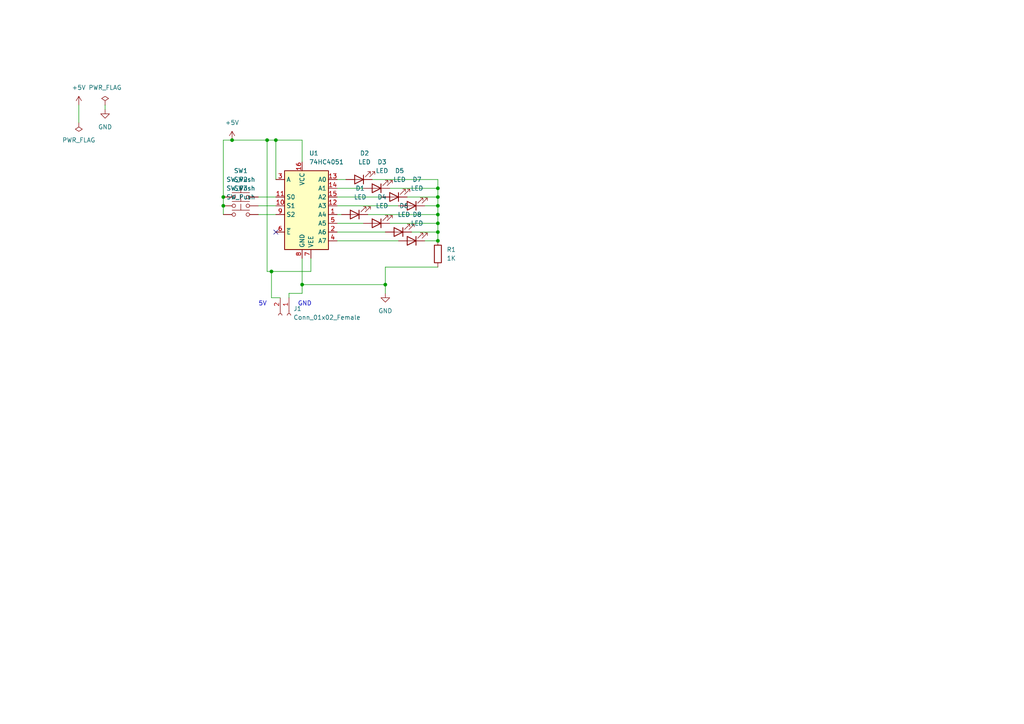
<source format=kicad_sch>
(kicad_sch (version 20231120) (generator "eeschema") (generator_version "8.0")
  (paper "A4")
  (lib_symbols
    (symbol "74xx:74HC4051"
      (property "Reference" "U" (at -5.08 11.43 0))
      (property "Value" "74HC4051" (at -7.62 -13.97 0))
      (symbol "74HC4051_0_1"
        (rectangle (start -5.08 10.16) (end 7.62 -12.7) (stroke (width 0.254)) (fill (type background)))
      )
      (symbol "74HC4051_1_1"
        (pin passive line (at 10.16 -2.54 180) (length 2.54) (name "A4") (number "1"))
        (pin input line (at -7.62 0 0) (length 2.54) (name "S1") (number "10"))
        (pin input line (at -7.62 2.54 0) (length 2.54) (name "S0") (number "11"))
        (pin passive line (at 10.16 0 180) (length 2.54) (name "A3") (number "12"))
        (pin passive line (at 10.16 7.62 180) (length 2.54) (name "A0") (number "13"))
        (pin passive line (at 10.16 5.08 180) (length 2.54) (name "A1") (number "14"))
        (pin passive line (at 10.16 2.54 180) (length 2.54) (name "A2") (number "15"))
        (pin power_in line (at 0 12.7 270) (length 2.54) (name "VCC") (number "16"))
        (pin passive line (at 10.16 -7.62 180) (length 2.54) (name "A6") (number "2"))
        (pin passive line (at -7.62 7.62 0) (length 2.54) (name "A") (number "3"))
        (pin passive line (at 10.16 -10.16 180) (length 2.54) (name "A7") (number "4"))
        (pin passive line (at 10.16 -5.08 180) (length 2.54) (name "A5") (number "5"))
        (pin input line (at -7.62 -7.62 0) (length 2.54) (name "~{E}") (number "6"))
        (pin power_in line (at 2.54 -15.24 90) (length 2.54) (name "VEE") (number "7"))
        (pin power_in line (at 0 -15.24 90) (length 2.54) (name "GND") (number "8"))
        (pin input line (at -7.62 -2.54 0) (length 2.54) (name "S2") (number "9"))
      )
    )
    (symbol "Connector:Conn_01x02_Female" (pin_names (offset 1.016) hide)
      (property "Reference" "J" (at 0 2.54 0))
      (property "Value" "Conn_01x02_Female" (at 0 -5.08 0))
      (symbol "Conn_01x02_Female_1_1"
        (arc (start 0 -2.032) (mid -0.5058 -2.54) (end 0 -3.048) (stroke (width 0.1524)))
        (polyline (pts (xy -1.27 -2.54) (xy -0.508 -2.54)) (stroke (width 0.1524)))
        (polyline (pts (xy -1.27 0) (xy -0.508 0)) (stroke (width 0.1524)))
        (arc (start 0 0.508) (mid -0.5058 0) (end 0 -0.508) (stroke (width 0.1524)))
        (pin passive line (at -5.08 0 0) (length 3.81) (name "Pin_1") (number "1"))
        (pin passive line (at -5.08 -2.54 0) (length 3.81) (name "Pin_2") (number "2"))
      )
    )
    (symbol "Device:LED" (pin_numbers hide) (pin_names (offset 1.016) hide)
      (property "Reference" "D" (at 0 2.54 0))
      (property "Value" "LED" (at 0 -2.54 0))
      (symbol "LED_0_1"
        (polyline (pts (xy -1.27 -1.27) (xy -1.27 1.27)) (stroke (width 0.254)))
        (polyline (pts (xy -1.27 0) (xy 1.27 0)))
        (polyline (pts (xy 1.27 -1.27) (xy 1.27 1.27) (xy -1.27 0) (xy 1.27 -1.27)) (stroke (width 0.254)))
        (polyline (pts (xy -3.048 -0.762) (xy -4.572 -2.286) (xy -3.81 -2.286) (xy -4.572 -2.286) (xy -4.572 -1.524)))
        (polyline (pts (xy -1.778 -0.762) (xy -3.302 -2.286) (xy -2.54 -2.286) (xy -3.302 -2.286) (xy -3.302 -1.524)))
      )
      (symbol "LED_1_1"
        (pin passive line (at -3.81 0 0) (length 2.54) (name "K") (number "1"))
        (pin passive line (at 3.81 0 180) (length 2.54) (name "A") (number "2"))
      )
    )
    (symbol "Device:R" (pin_numbers hide) (pin_names (offset 0))
      (property "Reference" "R" (at 2.032 0 90))
      (property "Value" "R" (at 0 0 90))
      (symbol "R_0_1"
        (rectangle (start -1.016 -2.54) (end 1.016 2.54) (stroke (width 0.254)))
      )
      (symbol "R_1_1"
        (pin passive line (at 0 3.81 270) (length 1.27) (name "~") (number "1"))
        (pin passive line (at 0 -3.81 90) (length 1.27) (name "~") (number "2"))
      )
    )
    (symbol "Switch:SW_Push" (pin_numbers hide) (pin_names (offset 1.016) hide)
      (property "Reference" "SW" (at 1.27 2.54 0))
      (property "Value" "SW_Push" (at 0 -1.524 0))
      (symbol "SW_Push_0_1"
        (circle (center -2.032 0) (radius 0.508))
        (polyline (pts (xy 0 1.27) (xy 0 3.048)))
        (polyline (pts (xy 2.54 1.27) (xy -2.54 1.27)))
        (circle (center 2.032 0) (radius 0.508))
        (pin passive line (at -5.08 0 0) (length 2.54) (name "1") (number "1"))
        (pin passive line (at 5.08 0 180) (length 2.54) (name "2") (number "2"))
      )
    )
    (symbol "power:+5V" (power) (pin_names (offset 0))
      (property "Value" "+5V" (at 0 3.556 0))
      (symbol "+5V_0_1"
        (polyline (pts (xy -0.762 1.27) (xy 0 2.54)))
        (polyline (pts (xy 0 0) (xy 0 2.54)))
        (polyline (pts (xy 0 2.54) (xy 0.762 1.27)))
      )
      (symbol "+5V_1_1"
        (pin power_in line (at 0 0 90) (length 0) hide (name "+5V") (number "1"))
      )
    )
    (symbol "power:GND" (power) (pin_names (offset 0))
      (property "Value" "GND" (at 0 -3.81 0))
      (symbol "GND_0_1"
        (polyline (pts (xy 0 0) (xy 0 -1.27) (xy 1.27 -1.27) (xy 0 -2.54) (xy -1.27 -1.27) (xy 0 -1.27)))
      )
      (symbol "GND_1_1"
        (pin power_in line (at 0 0 270) (length 0) hide (name "GND") (number "1"))
      )
    )
    (symbol "power:PWR_FLAG" (power) (pin_numbers hide) (pin_names (offset 0) hide)
      (property "Value" "PWR_FLAG" (at 0 3.81 0))
      (symbol "PWR_FLAG_0_0"
        (pin power_out line (at 0 0 90) (length 0) (name "pwr") (number "1"))
      )
      (symbol "PWR_FLAG_0_1"
        (polyline (pts (xy 0 0) (xy 0 1.27) (xy -1.016 1.905) (xy 0 2.54) (xy 1.016 1.905) (xy 0 1.27)))
      )
    )
  )
  (junction (at 127 57.15))
  (junction (at 78.74 78.74))
  (junction (at 127 67.31))
  (junction (at 64.77 59.69))
  (junction (at 127 54.61))
  (junction (at 127 59.69))
  (junction (at 80.01 40.64))
  (junction (at 127 69.85))
  (junction (at 127 62.23))
  (junction (at 127 64.77))
  (junction (at 111.76 82.55))
  (junction (at 87.63 82.55))
  (junction (at 67.31 40.64))
  (junction (at 64.77 57.15))
  (junction (at 77.47 40.64))
  (no_connect (at 80.01 67.31))
  (wire (pts (xy 78.74 78.74) (xy 77.47 78.74)))
  (wire (pts (xy 87.63 74.93) (xy 87.63 82.55)))
  (wire (pts (xy 127 77.47) (xy 111.76 77.47)))
  (wire (pts (xy 127 62.23) (xy 127 64.77)))
  (wire (pts (xy 64.77 40.64) (xy 64.77 57.15)))
  (wire (pts (xy 80.01 40.64) (xy 80.01 52.07)))
  (wire (pts (xy 87.63 40.64) (xy 87.63 46.99)))
  (wire (pts (xy 90.17 78.74) (xy 78.74 78.74)))
  (wire (pts (xy 74.93 62.23) (xy 80.01 62.23)))
  (wire (pts (xy 80.01 40.64) (xy 87.63 40.64)))
  (wire (pts (xy 97.79 67.31) (xy 111.76 67.31)))
  (wire (pts (xy 127 59.69) (xy 123.19 59.69)))
  (wire (pts (xy 127 64.77) (xy 127 67.31)))
  (wire (pts (xy 97.79 54.61) (xy 105.41 54.61)))
  (wire (pts (xy 106.68 62.23) (xy 127 62.23)))
  (wire (pts (xy 67.31 40.64) (xy 64.77 40.64)))
  (wire (pts (xy 127 54.61) (xy 127 57.15)))
  (wire (pts (xy 83.82 85.09) (xy 83.82 86.36)))
  (wire (pts (xy 78.74 78.74) (xy 78.74 86.36)))
  (wire (pts (xy 64.77 57.15) (xy 64.77 59.69)))
  (wire (pts (xy 97.79 69.85) (xy 115.57 69.85)))
  (wire (pts (xy 97.79 57.15) (xy 110.49 57.15)))
  (wire (pts (xy 78.74 86.36) (xy 81.28 86.36)))
  (wire (pts (xy 97.79 64.77) (xy 105.41 64.77)))
  (wire (pts (xy 77.47 40.64) (xy 77.47 78.74)))
  (wire (pts (xy 113.03 64.77) (xy 127 64.77)))
  (wire (pts (xy 97.79 59.69) (xy 115.57 59.69)))
  (wire (pts (xy 87.63 85.09) (xy 87.63 82.55)))
  (wire (pts (xy 64.77 59.69) (xy 64.77 62.23)))
  (wire (pts (xy 30.48 30.48) (xy 30.48 31.75)))
  (wire (pts (xy 87.63 85.09) (xy 83.82 85.09)))
  (wire (pts (xy 87.63 82.55) (xy 111.76 82.55)))
  (wire (pts (xy 127 59.69) (xy 127 62.23)))
  (wire (pts (xy 77.47 40.64) (xy 80.01 40.64)))
  (wire (pts (xy 74.93 57.15) (xy 80.01 57.15)))
  (wire (pts (xy 111.76 77.47) (xy 111.76 82.55)))
  (wire (pts (xy 123.19 69.85) (xy 127 69.85)))
  (wire (pts (xy 127 67.31) (xy 127 69.85)))
  (wire (pts (xy 74.93 59.69) (xy 80.01 59.69)))
  (wire (pts (xy 22.86 30.48) (xy 22.86 35.56)))
  (wire (pts (xy 118.11 57.15) (xy 127 57.15)))
  (wire (pts (xy 119.38 67.31) (xy 127 67.31)))
  (wire (pts (xy 97.79 52.07) (xy 100.33 52.07)))
  (wire (pts (xy 113.03 54.61) (xy 127 54.61)))
  (wire (pts (xy 127 57.15) (xy 127 59.69)))
  (wire (pts (xy 127 52.07) (xy 127 54.61)))
  (wire (pts (xy 111.76 82.55) (xy 111.76 85.09)))
  (wire (pts (xy 67.31 40.64) (xy 77.47 40.64)))
  (wire (pts (xy 90.17 74.93) (xy 90.17 78.74)))
  (wire (pts (xy 107.95 52.07) (xy 127 52.07)))
  (wire (pts (xy 97.79 62.23) (xy 99.06 62.23)))
  (text "5V" (at 74.93 88.9 0) (effects (font (size 1.27 1.27)) (justify left bottom)))
  (text "GND" (at 86.36 88.9 0) (effects (font (size 1.27 1.27)) (justify left bottom)))
  (symbol (lib_id "Device:LED") (at 109.22 64.77 180) (unit 1)
    (property "Reference" "D4" (at 110.8075 57.15 0))
    (property "Value" "LED" (at 110.8075 59.69 0))
    (property "Footprint" "LED_THT:LED_D3.0mm" (effects (hide yes)))
  )
  (symbol (lib_id "Connector:Conn_01x02_Female") (at 83.82 91.44 270) (unit 1)
    (property "Reference" "J1" (at 85.09 89.5349 90) (effects (justify left)))
    (property "Value" "Conn_01x02_Female" (at 85.09 92.0749 90) (effects (justify left)))
    (property "Footprint" "Connector_PinHeader_2.54mm:PinHeader_1x02_P2.54mm_Vertical" (effects (hide yes)))
  )
  (symbol (lib_id "Device:LED") (at 119.38 59.69 180) (unit 1)
    (property "Reference" "D7" (at 120.9675 52.07 0))
    (property "Value" "LED" (at 120.9675 54.61 0))
    (property "Footprint" "LED_THT:LED_D3.0mm" (effects (hide yes)))
  )
  (symbol (lib_id "power:PWR_FLAG") (at 30.48 30.48 0) (unit 1)
    (property "Reference" "#FLG02" (effects (hide yes)))
    (property "Value" "PWR_FLAG" (at 30.48 25.4 0))
  )
  (symbol (lib_id "Device:LED") (at 109.22 54.61 180) (unit 1)
    (property "Reference" "D3" (at 110.8075 46.99 0))
    (property "Value" "LED" (at 110.8075 49.53 0))
    (property "Footprint" "LED_THT:LED_D3.0mm" (effects (hide yes)))
  )
  (symbol (lib_id "Device:LED") (at 119.38 69.85 180) (unit 1)
    (property "Reference" "D8" (at 120.9675 62.23 0))
    (property "Value" "LED" (at 120.9675 64.77 0))
    (property "Footprint" "LED_THT:LED_D3.0mm" (effects (hide yes)))
  )
  (symbol (lib_id "74xx:74HC4051") (at 87.63 59.69 0) (unit 1)
    (property "Reference" "U1" (at 89.6494 44.45 0) (effects (justify left)))
    (property "Value" "74HC4051" (at 89.6494 46.99 0) (effects (justify left)))
    (property "Footprint" "Package_DIP:DIP-16_W10.16mm" (effects (hide yes)))
    (property "Datasheet" "http://www.ti.com/lit/ds/symlink/cd74hc4051.pdf" (effects (hide yes)))
  )
  (symbol (lib_id "Switch:SW_Push") (at 69.85 62.23 0) (unit 1)
    (property "Reference" "SW3" (at 69.85 54.61 0))
    (property "Value" "SW_Push" (at 69.85 57.15 0))
    (property "Footprint" "Button_Switch_THT:SW_PUSH-12mm" (effects (hide yes)))
  )
  (symbol (lib_id "Device:LED") (at 102.87 62.23 180) (unit 1)
    (property "Reference" "D1" (at 104.4575 54.61 0))
    (property "Value" "LED" (at 104.4575 57.15 0))
    (property "Footprint" "LED_THT:LED_D3.0mm" (effects (hide yes)))
  )
  (symbol (lib_id "power:PWR_FLAG") (at 22.86 35.56 180) (unit 1)
    (property "Reference" "#FLG01" (effects (hide yes)))
    (property "Value" "PWR_FLAG" (at 22.86 40.64 0))
  )
  (symbol (lib_id "Device:LED") (at 114.3 57.15 180) (unit 1)
    (property "Reference" "D5" (at 115.8875 49.53 0))
    (property "Value" "LED" (at 115.8875 52.07 0))
    (property "Footprint" "LED_THT:LED_D3.0mm" (effects (hide yes)))
  )
  (symbol (lib_id "Device:R") (at 127 73.66 0) (unit 1)
    (property "Reference" "R1" (at 129.54 72.3899 0) (effects (justify left)))
    (property "Value" "1K" (at 129.54 74.9299 0) (effects (justify left)))
    (property "Footprint" "Resistor_THT:R_Axial_DIN0204_L3.6mm_D1.6mm_P7.62mm_Horizontal" (effects (hide yes)))
  )
  (symbol (lib_id "power:+5V") (at 67.31 40.64 0) (unit 1)
    (property "Reference" "#PWR03" (effects (hide yes)))
    (property "Value" "+5V" (at 67.31 35.56 0))
  )
  (symbol (lib_id "power:GND") (at 111.76 85.09 0) (unit 1)
    (property "Reference" "#PWR04" (effects (hide yes)))
    (property "Value" "GND" (at 111.76 90.17 0))
  )
  (symbol (lib_id "Device:LED") (at 104.14 52.07 180) (unit 1)
    (property "Reference" "D2" (at 105.7275 44.45 0))
    (property "Value" "LED" (at 105.7275 46.99 0))
    (property "Footprint" "LED_THT:LED_D3.0mm" (effects (hide yes)))
  )
  (symbol (lib_id "Switch:SW_Push") (at 69.85 59.69 0) (unit 1)
    (property "Reference" "SW2" (at 69.85 52.07 0))
    (property "Value" "SW_Push" (at 69.85 54.61 0))
    (property "Footprint" "Button_Switch_THT:SW_PUSH-12mm" (effects (hide yes)))
  )
  (symbol (lib_id "power:GND") (at 30.48 31.75 0) (unit 1)
    (property "Reference" "#PWR02" (effects (hide yes)))
    (property "Value" "GND" (at 30.48 36.83 0))
  )
  (symbol (lib_id "Device:LED") (at 115.57 67.31 180) (unit 1)
    (property "Reference" "D6" (at 117.1575 59.69 0))
    (property "Value" "LED" (at 117.1575 62.23 0))
    (property "Footprint" "LED_THT:LED_D3.0mm" (effects (hide yes)))
  )
  (symbol (lib_id "Switch:SW_Push") (at 69.85 57.15 0) (unit 1)
    (property "Reference" "SW1" (at 69.85 49.53 0))
    (property "Value" "SW_Push" (at 69.85 52.07 0))
    (property "Footprint" "Button_Switch_THT:SW_PUSH-12mm" (effects (hide yes)))
  )
  (symbol (lib_id "power:+5V") (at 22.86 30.48 0) (unit 1)
    (property "Reference" "#PWR01" (effects (hide yes)))
    (property "Value" "+5V" (at 22.86 25.4 0))
  )
)
</source>
